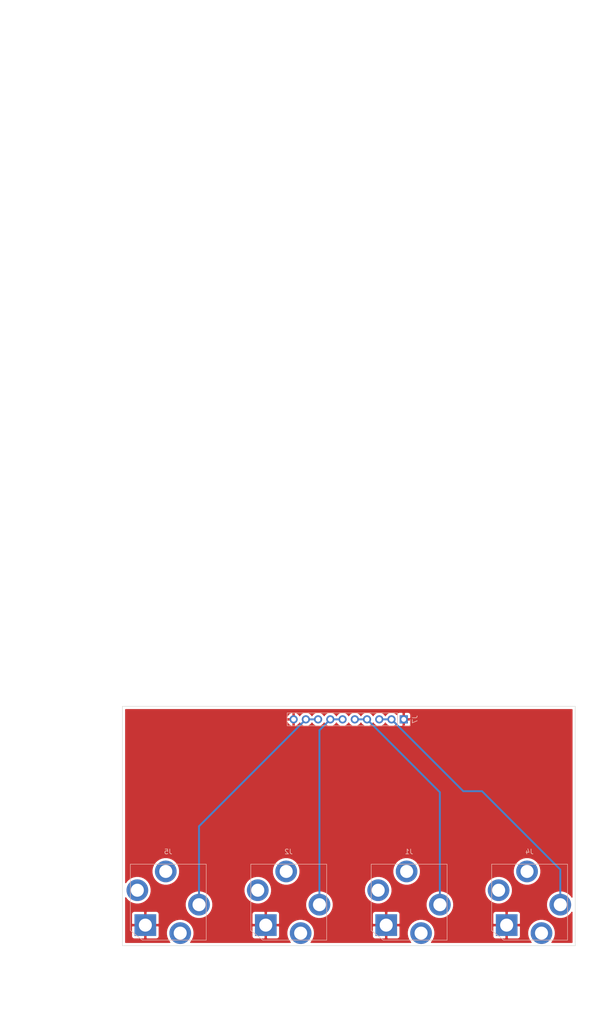
<source format=kicad_pcb>
(kicad_pcb (version 20171130) (host pcbnew 5.1.5+dfsg1-2build2)

  (general
    (thickness 1.6)
    (drawings 24)
    (tracks 15)
    (zones 0)
    (modules 5)
    (nets 18)
  )

  (page A4)
  (layers
    (0 F.Cu signal)
    (31 B.Cu signal)
    (32 B.Adhes user)
    (33 F.Adhes user)
    (34 B.Paste user)
    (35 F.Paste user)
    (36 B.SilkS user)
    (37 F.SilkS user)
    (38 B.Mask user)
    (39 F.Mask user)
    (40 Dwgs.User user)
    (41 Cmts.User user)
    (42 Eco1.User user)
    (43 Eco2.User user)
    (44 Edge.Cuts user)
    (45 Margin user)
    (46 B.CrtYd user)
    (47 F.CrtYd user)
    (48 B.Fab user)
    (49 F.Fab user)
  )

  (setup
    (last_trace_width 0.4)
    (trace_clearance 0.2)
    (zone_clearance 0.508)
    (zone_45_only no)
    (trace_min 0.2)
    (via_size 0.8)
    (via_drill 0.4)
    (via_min_size 0.4)
    (via_min_drill 0.3)
    (uvia_size 0.3)
    (uvia_drill 0.1)
    (uvias_allowed no)
    (uvia_min_size 0.2)
    (uvia_min_drill 0.1)
    (edge_width 0.1)
    (segment_width 0.2)
    (pcb_text_width 0.3)
    (pcb_text_size 1.5 1.5)
    (mod_edge_width 0.15)
    (mod_text_size 1 1)
    (mod_text_width 0.15)
    (pad_size 1.524 1.524)
    (pad_drill 0.762)
    (pad_to_mask_clearance 0)
    (aux_axis_origin 0 0)
    (visible_elements FFFFFF7F)
    (pcbplotparams
      (layerselection 0x010fc_ffffffff)
      (usegerberextensions false)
      (usegerberattributes false)
      (usegerberadvancedattributes false)
      (creategerberjobfile false)
      (excludeedgelayer true)
      (linewidth 0.100000)
      (plotframeref false)
      (viasonmask false)
      (mode 1)
      (useauxorigin false)
      (hpglpennumber 1)
      (hpglpenspeed 20)
      (hpglpendiameter 15.000000)
      (psnegative false)
      (psa4output false)
      (plotreference true)
      (plotvalue true)
      (plotinvisibletext false)
      (padsonsilk false)
      (subtractmaskfromsilk false)
      (outputformat 1)
      (mirror false)
      (drillshape 0)
      (scaleselection 1)
      (outputdirectory "gerber/"))
  )

  (net 0 "")
  (net 1 GND)
  (net 2 DB_AUDIO_IN)
  (net 3 "Net-(J1-PadTN)")
  (net 4 DB_AUDIO_OUT)
  (net 5 "Net-(J2-PadTN)")
  (net 6 DB_VOCT)
  (net 7 "Net-(J4-PadTN)")
  (net 8 DB_CV)
  (net 9 "Net-(J5-PadTN)")
  (net 10 "Net-(J1-PadRN)")
  (net 11 "Net-(J1-PadR)")
  (net 12 "Net-(J2-PadRN)")
  (net 13 "Net-(J2-PadR)")
  (net 14 "Net-(J4-PadRN)")
  (net 15 "Net-(J4-PadR)")
  (net 16 "Net-(J5-PadRN)")
  (net 17 "Net-(J5-PadR)")

  (net_class Default "This is the default net class."
    (clearance 0.2)
    (trace_width 0.4)
    (via_dia 0.8)
    (via_drill 0.4)
    (uvia_dia 0.3)
    (uvia_drill 0.1)
    (add_net DB_AUDIO_IN)
    (add_net DB_AUDIO_OUT)
    (add_net DB_CV)
    (add_net DB_VOCT)
    (add_net GND)
    (add_net "Net-(J1-PadR)")
    (add_net "Net-(J1-PadRN)")
    (add_net "Net-(J1-PadTN)")
    (add_net "Net-(J2-PadR)")
    (add_net "Net-(J2-PadRN)")
    (add_net "Net-(J2-PadTN)")
    (add_net "Net-(J4-PadR)")
    (add_net "Net-(J4-PadRN)")
    (add_net "Net-(J4-PadTN)")
    (add_net "Net-(J5-PadR)")
    (add_net "Net-(J5-PadRN)")
    (add_net "Net-(J5-PadTN)")
  )

  (module Connector_PinHeader_2.54mm:PinHeader_1x10_P2.54mm_Vertical locked (layer B.Cu) (tedit 59FED5CC) (tstamp 5EDD732C)
    (at 121.4 177.05 90)
    (descr "Through hole straight pin header, 1x10, 2.54mm pitch, single row")
    (tags "Through hole pin header THT 1x10 2.54mm single row")
    (path /5F6DDAF7)
    (fp_text reference J7 (at 0 2.33 270) (layer B.SilkS)
      (effects (font (size 1 1) (thickness 0.15)) (justify mirror))
    )
    (fp_text value "header DB" (at -5.35 -13.14 180) (layer B.Fab)
      (effects (font (size 1 1) (thickness 0.15)) (justify mirror))
    )
    (fp_text user %R (at 0 -11.43) (layer B.Fab)
      (effects (font (size 1 1) (thickness 0.15)) (justify mirror))
    )
    (fp_line (start 1.8 1.8) (end -1.8 1.8) (layer B.CrtYd) (width 0.05))
    (fp_line (start 1.8 -24.65) (end 1.8 1.8) (layer B.CrtYd) (width 0.05))
    (fp_line (start -1.8 -24.65) (end 1.8 -24.65) (layer B.CrtYd) (width 0.05))
    (fp_line (start -1.8 1.8) (end -1.8 -24.65) (layer B.CrtYd) (width 0.05))
    (fp_line (start -1.33 1.33) (end 0 1.33) (layer B.SilkS) (width 0.12))
    (fp_line (start -1.33 0) (end -1.33 1.33) (layer B.SilkS) (width 0.12))
    (fp_line (start -1.33 -1.27) (end 1.33 -1.27) (layer B.SilkS) (width 0.12))
    (fp_line (start 1.33 -1.27) (end 1.33 -24.19) (layer B.SilkS) (width 0.12))
    (fp_line (start -1.33 -1.27) (end -1.33 -24.19) (layer B.SilkS) (width 0.12))
    (fp_line (start -1.33 -24.19) (end 1.33 -24.19) (layer B.SilkS) (width 0.12))
    (fp_line (start -1.27 0.635) (end -0.635 1.27) (layer B.Fab) (width 0.1))
    (fp_line (start -1.27 -24.13) (end -1.27 0.635) (layer B.Fab) (width 0.1))
    (fp_line (start 1.27 -24.13) (end -1.27 -24.13) (layer B.Fab) (width 0.1))
    (fp_line (start 1.27 1.27) (end 1.27 -24.13) (layer B.Fab) (width 0.1))
    (fp_line (start -0.635 1.27) (end 1.27 1.27) (layer B.Fab) (width 0.1))
    (pad 10 thru_hole oval (at 0 -22.86 90) (size 1.7 1.7) (drill 1) (layers *.Cu *.Mask)
      (net 1 GND))
    (pad 9 thru_hole oval (at 0 -20.32 90) (size 1.7 1.7) (drill 1) (layers *.Cu *.Mask)
      (net 4 DB_AUDIO_OUT))
    (pad 8 thru_hole oval (at 0 -17.78 90) (size 1.7 1.7) (drill 1) (layers *.Cu *.Mask)
      (net 4 DB_AUDIO_OUT))
    (pad 7 thru_hole oval (at 0 -15.24 90) (size 1.7 1.7) (drill 1) (layers *.Cu *.Mask)
      (net 8 DB_CV))
    (pad 6 thru_hole oval (at 0 -12.7 90) (size 1.7 1.7) (drill 1) (layers *.Cu *.Mask)
      (net 8 DB_CV))
    (pad 5 thru_hole oval (at 0 -10.16 90) (size 1.7 1.7) (drill 1) (layers *.Cu *.Mask)
      (net 6 DB_VOCT))
    (pad 4 thru_hole oval (at 0 -7.62 90) (size 1.7 1.7) (drill 1) (layers *.Cu *.Mask)
      (net 6 DB_VOCT))
    (pad 3 thru_hole oval (at 0 -5.08 90) (size 1.7 1.7) (drill 1) (layers *.Cu *.Mask)
      (net 2 DB_AUDIO_IN))
    (pad 2 thru_hole oval (at 0 -2.54 90) (size 1.7 1.7) (drill 1) (layers *.Cu *.Mask)
      (net 2 DB_AUDIO_IN))
    (pad 1 thru_hole rect (at 0 0 90) (size 1.7 1.7) (drill 1) (layers *.Cu *.Mask)
      (net 1 GND))
    (model ${KISYS3DMOD}/Connector_PinHeader_2.54mm.3dshapes/PinHeader_1x10_P2.54mm_Vertical.wrl
      (at (xyz 0 0 0))
      (scale (xyz 1 1 1))
      (rotate (xyz 0 0 0))
    )
  )

  (module LMNC:Jack_6.35mm_PJ_629HAN (layer B.Cu) (tedit 5EB5F0DE) (tstamp 5EE1337A)
    (at 122.5 215 180)
    (path /5EE4E449)
    (fp_text reference J1 (at 0 10.5) (layer B.SilkS)
      (effects (font (size 1 1) (thickness 0.15)) (justify mirror))
    )
    (fp_text value "V/oct in" (at 0 -10) (layer B.Fab)
      (effects (font (size 1 1) (thickness 0.15)) (justify mirror))
    )
    (fp_line (start -9 -9) (end -9 9) (layer B.CrtYd) (width 0.12))
    (fp_line (start 9 -9) (end -9 -9) (layer B.CrtYd) (width 0.12))
    (fp_line (start 9 9) (end 9 -9) (layer B.CrtYd) (width 0.12))
    (fp_line (start -9 9) (end 9 9) (layer B.CrtYd) (width 0.12))
    (fp_line (start 5.314 -7.858) (end -7.894 -7.858) (layer Dwgs.User) (width 0.12))
    (fp_line (start 5.35 -7.85) (end -7.9 -7.85) (layer B.SilkS) (width 0.12))
    (fp_line (start 7.85 7.9) (end 7.85 -5.8) (layer B.SilkS) (width 0.12))
    (fp_line (start 7.854 -5.826) (end 5.314 -7.858) (layer Dwgs.User) (width 0.12))
    (fp_line (start -7.894 -7.858) (end -7.894 7.89) (layer Dwgs.User) (width 0.12))
    (fp_line (start 7.85 -5.8) (end 7.85 -5.85) (layer B.SilkS) (width 0.12))
    (fp_line (start -7.9 7.9) (end 7.85 7.9) (layer B.SilkS) (width 0.12))
    (fp_line (start 7.854 -4.81) (end 7.854 -5.826) (layer Dwgs.User) (width 0.12))
    (fp_line (start -7.9 -7.85) (end -7.9 7.9) (layer B.SilkS) (width 0.12))
    (fp_line (start 7.854 7.89) (end 7.854 -4.81) (layer Dwgs.User) (width 0.12))
    (fp_line (start 7.85 -5.85) (end 5.35 -7.85) (layer B.SilkS) (width 0.12))
    (fp_line (start -7.894 7.89) (end 7.854 7.89) (layer Dwgs.User) (width 0.12))
    (pad RN thru_hole circle (at 6.4 2.5 180) (size 4.500001 4.500001) (drill 2.7) (layers *.Cu *.Mask)
      (net 10 "Net-(J1-PadRN)"))
    (pad TN thru_hole circle (at -2.5 -6.4 180) (size 4.5 4.5) (drill 2.7) (layers *.Cu *.Mask)
      (net 3 "Net-(J1-PadTN)"))
    (pad R thru_hole circle (at 0.5 6.4 180) (size 4.500001 4.500001) (drill 2.7) (layers *.Cu *.Mask)
      (net 11 "Net-(J1-PadR)"))
    (pad S thru_hole rect (at 4.74 -4.74 180) (size 4.500001 4.500001) (drill 2.7) (layers *.Cu *.Mask)
      (net 1 GND))
    (pad T thru_hole circle (at -6.4 -0.5 180) (size 4.5 4.5) (drill 2.7) (layers *.Cu *.Mask)
      (net 6 DB_VOCT))
  )

  (module LMNC:Jack_6.35mm_PJ_629HAN (layer B.Cu) (tedit 5EB5F0DE) (tstamp 5EE13393)
    (at 97.5 215 180)
    (path /5EE685F5)
    (fp_text reference J2 (at 0 10.5) (layer B.SilkS)
      (effects (font (size 1 1) (thickness 0.15)) (justify mirror))
    )
    (fp_text value "CV in" (at 0 -10) (layer B.Fab)
      (effects (font (size 1 1) (thickness 0.15)) (justify mirror))
    )
    (fp_line (start -9 -9) (end -9 9) (layer B.CrtYd) (width 0.12))
    (fp_line (start 9 -9) (end -9 -9) (layer B.CrtYd) (width 0.12))
    (fp_line (start 9 9) (end 9 -9) (layer B.CrtYd) (width 0.12))
    (fp_line (start -9 9) (end 9 9) (layer B.CrtYd) (width 0.12))
    (fp_line (start 5.314 -7.858) (end -7.894 -7.858) (layer Dwgs.User) (width 0.12))
    (fp_line (start 5.35 -7.85) (end -7.9 -7.85) (layer B.SilkS) (width 0.12))
    (fp_line (start 7.85 7.9) (end 7.85 -5.8) (layer B.SilkS) (width 0.12))
    (fp_line (start 7.854 -5.826) (end 5.314 -7.858) (layer Dwgs.User) (width 0.12))
    (fp_line (start -7.894 -7.858) (end -7.894 7.89) (layer Dwgs.User) (width 0.12))
    (fp_line (start 7.85 -5.8) (end 7.85 -5.85) (layer B.SilkS) (width 0.12))
    (fp_line (start -7.9 7.9) (end 7.85 7.9) (layer B.SilkS) (width 0.12))
    (fp_line (start 7.854 -4.81) (end 7.854 -5.826) (layer Dwgs.User) (width 0.12))
    (fp_line (start -7.9 -7.85) (end -7.9 7.9) (layer B.SilkS) (width 0.12))
    (fp_line (start 7.854 7.89) (end 7.854 -4.81) (layer Dwgs.User) (width 0.12))
    (fp_line (start 7.85 -5.85) (end 5.35 -7.85) (layer B.SilkS) (width 0.12))
    (fp_line (start -7.894 7.89) (end 7.854 7.89) (layer Dwgs.User) (width 0.12))
    (pad RN thru_hole circle (at 6.4 2.5 180) (size 4.500001 4.500001) (drill 2.7) (layers *.Cu *.Mask)
      (net 12 "Net-(J2-PadRN)"))
    (pad TN thru_hole circle (at -2.5 -6.4 180) (size 4.5 4.5) (drill 2.7) (layers *.Cu *.Mask)
      (net 5 "Net-(J2-PadTN)"))
    (pad R thru_hole circle (at 0.5 6.4 180) (size 4.500001 4.500001) (drill 2.7) (layers *.Cu *.Mask)
      (net 13 "Net-(J2-PadR)"))
    (pad S thru_hole rect (at 4.74 -4.74 180) (size 4.500001 4.500001) (drill 2.7) (layers *.Cu *.Mask)
      (net 1 GND))
    (pad T thru_hole circle (at -6.4 -0.5 180) (size 4.5 4.5) (drill 2.7) (layers *.Cu *.Mask)
      (net 8 DB_CV))
  )

  (module LMNC:Jack_6.35mm_PJ_629HAN (layer B.Cu) (tedit 5EB5F0DE) (tstamp 5EE1341D)
    (at 72.5 215 180)
    (path /5EE889B5)
    (fp_text reference J5 (at 0 10.5) (layer B.SilkS)
      (effects (font (size 1 1) (thickness 0.15)) (justify mirror))
    )
    (fp_text value "Audio Out" (at 0 -10) (layer B.Fab)
      (effects (font (size 1 1) (thickness 0.15)) (justify mirror))
    )
    (fp_line (start -9 -9) (end -9 9) (layer B.CrtYd) (width 0.12))
    (fp_line (start 9 -9) (end -9 -9) (layer B.CrtYd) (width 0.12))
    (fp_line (start 9 9) (end 9 -9) (layer B.CrtYd) (width 0.12))
    (fp_line (start -9 9) (end 9 9) (layer B.CrtYd) (width 0.12))
    (fp_line (start 5.314 -7.858) (end -7.894 -7.858) (layer Dwgs.User) (width 0.12))
    (fp_line (start 5.35 -7.85) (end -7.9 -7.85) (layer B.SilkS) (width 0.12))
    (fp_line (start 7.85 7.9) (end 7.85 -5.8) (layer B.SilkS) (width 0.12))
    (fp_line (start 7.854 -5.826) (end 5.314 -7.858) (layer Dwgs.User) (width 0.12))
    (fp_line (start -7.894 -7.858) (end -7.894 7.89) (layer Dwgs.User) (width 0.12))
    (fp_line (start 7.85 -5.8) (end 7.85 -5.85) (layer B.SilkS) (width 0.12))
    (fp_line (start -7.9 7.9) (end 7.85 7.9) (layer B.SilkS) (width 0.12))
    (fp_line (start 7.854 -4.81) (end 7.854 -5.826) (layer Dwgs.User) (width 0.12))
    (fp_line (start -7.9 -7.85) (end -7.9 7.9) (layer B.SilkS) (width 0.12))
    (fp_line (start 7.854 7.89) (end 7.854 -4.81) (layer Dwgs.User) (width 0.12))
    (fp_line (start 7.85 -5.85) (end 5.35 -7.85) (layer B.SilkS) (width 0.12))
    (fp_line (start -7.894 7.89) (end 7.854 7.89) (layer Dwgs.User) (width 0.12))
    (pad RN thru_hole circle (at 6.4 2.5 180) (size 4.500001 4.500001) (drill 2.7) (layers *.Cu *.Mask)
      (net 16 "Net-(J5-PadRN)"))
    (pad TN thru_hole circle (at -2.5 -6.4 180) (size 4.5 4.5) (drill 2.7) (layers *.Cu *.Mask)
      (net 9 "Net-(J5-PadTN)"))
    (pad R thru_hole circle (at 0.5 6.4 180) (size 4.500001 4.500001) (drill 2.7) (layers *.Cu *.Mask)
      (net 17 "Net-(J5-PadR)"))
    (pad S thru_hole rect (at 4.74 -4.74 180) (size 4.500001 4.500001) (drill 2.7) (layers *.Cu *.Mask)
      (net 1 GND))
    (pad T thru_hole circle (at -6.4 -0.5 180) (size 4.5 4.5) (drill 2.7) (layers *.Cu *.Mask)
      (net 4 DB_AUDIO_OUT))
  )

  (module LMNC:Jack_6.35mm_PJ_629HAN (layer B.Cu) (tedit 5EB5F0DE) (tstamp 5EE13404)
    (at 147.5 215 180)
    (path /5EE1CAB0)
    (fp_text reference J4 (at 0 10.5) (layer B.SilkS)
      (effects (font (size 1 1) (thickness 0.15)) (justify mirror))
    )
    (fp_text value "Audio In" (at 0 -10) (layer B.Fab)
      (effects (font (size 1 1) (thickness 0.15)) (justify mirror))
    )
    (fp_line (start -9 -9) (end -9 9) (layer B.CrtYd) (width 0.12))
    (fp_line (start 9 -9) (end -9 -9) (layer B.CrtYd) (width 0.12))
    (fp_line (start 9 9) (end 9 -9) (layer B.CrtYd) (width 0.12))
    (fp_line (start -9 9) (end 9 9) (layer B.CrtYd) (width 0.12))
    (fp_line (start 5.314 -7.858) (end -7.894 -7.858) (layer Dwgs.User) (width 0.12))
    (fp_line (start 5.35 -7.85) (end -7.9 -7.85) (layer B.SilkS) (width 0.12))
    (fp_line (start 7.85 7.9) (end 7.85 -5.8) (layer B.SilkS) (width 0.12))
    (fp_line (start 7.854 -5.826) (end 5.314 -7.858) (layer Dwgs.User) (width 0.12))
    (fp_line (start -7.894 -7.858) (end -7.894 7.89) (layer Dwgs.User) (width 0.12))
    (fp_line (start 7.85 -5.8) (end 7.85 -5.85) (layer B.SilkS) (width 0.12))
    (fp_line (start -7.9 7.9) (end 7.85 7.9) (layer B.SilkS) (width 0.12))
    (fp_line (start 7.854 -4.81) (end 7.854 -5.826) (layer Dwgs.User) (width 0.12))
    (fp_line (start -7.9 -7.85) (end -7.9 7.9) (layer B.SilkS) (width 0.12))
    (fp_line (start 7.854 7.89) (end 7.854 -4.81) (layer Dwgs.User) (width 0.12))
    (fp_line (start 7.85 -5.85) (end 5.35 -7.85) (layer B.SilkS) (width 0.12))
    (fp_line (start -7.894 7.89) (end 7.854 7.89) (layer Dwgs.User) (width 0.12))
    (pad RN thru_hole circle (at 6.4 2.5 180) (size 4.500001 4.500001) (drill 2.7) (layers *.Cu *.Mask)
      (net 14 "Net-(J4-PadRN)"))
    (pad TN thru_hole circle (at -2.5 -6.4 180) (size 4.5 4.5) (drill 2.7) (layers *.Cu *.Mask)
      (net 7 "Net-(J4-PadTN)"))
    (pad R thru_hole circle (at 0.5 6.4 180) (size 4.500001 4.500001) (drill 2.7) (layers *.Cu *.Mask)
      (net 15 "Net-(J4-PadR)"))
    (pad S thru_hole rect (at 4.74 -4.74 180) (size 4.500001 4.500001) (drill 2.7) (layers *.Cu *.Mask)
      (net 1 GND))
    (pad T thru_hole circle (at -6.4 -0.5 180) (size 4.5 4.5) (drill 2.7) (layers *.Cu *.Mask)
      (net 2 DB_AUDIO_IN))
  )

  (gr_line (start 63 174.35) (end 157 174.35) (layer Edge.Cuts) (width 0.1) (tstamp 5EEE7BD9))
  (gr_line (start 63 224) (end 63 174.35) (layer Edge.Cuts) (width 0.1))
  (gr_line (start 157 224) (end 157 174.35) (layer Edge.Cuts) (width 0.1))
  (dimension 25.0002 (width 0.15) (layer F.Fab)
    (gr_text "25.000 mm" (at 135.057206 230.051381 0.2291818958) (layer F.Fab)
      (effects (font (size 1 1) (thickness 0.15)))
    )
    (feature1 (pts (xy 147.5 215.7) (xy 147.554351 229.287807)))
    (feature2 (pts (xy 122.5 215.8) (xy 122.554351 229.387807)))
    (crossbar (pts (xy 122.552006 228.801391) (xy 147.552006 228.701391)))
    (arrow1a (pts (xy 147.552006 228.701391) (xy 146.427857 229.292313)))
    (arrow1b (pts (xy 147.552006 228.701391) (xy 146.423166 228.119481)))
    (arrow2a (pts (xy 122.552006 228.801391) (xy 123.680846 229.383301)))
    (arrow2b (pts (xy 122.552006 228.801391) (xy 123.676155 228.210469)))
  )
  (dimension 25.0002 (width 0.15) (layer F.Fab)
    (gr_text "25.000 mm" (at 110.050814 228.553407 0.2291818958) (layer F.Fab)
      (effects (font (size 1 1) (thickness 0.15)))
    )
    (feature1 (pts (xy 122.5 215.8) (xy 122.547959 227.789833)))
    (feature2 (pts (xy 97.5 215.9) (xy 97.547959 227.889833)))
    (crossbar (pts (xy 97.545614 227.303417) (xy 122.545614 227.203417)))
    (arrow1a (pts (xy 122.545614 227.203417) (xy 121.421465 227.794339)))
    (arrow1b (pts (xy 122.545614 227.203417) (xy 121.416774 226.621507)))
    (arrow2a (pts (xy 97.545614 227.303417) (xy 98.674454 227.885327)))
    (arrow2b (pts (xy 97.545614 227.303417) (xy 98.669763 226.712495)))
  )
  (dimension 25.0002 (width 0.15) (layer F.Fab)
    (gr_text "25.000 mm" (at 85.045606 227.351428 0.2291818958) (layer F.Fab)
      (effects (font (size 1 1) (thickness 0.15)))
    )
    (feature1 (pts (xy 97.5 215.9) (xy 97.542751 226.587854)))
    (feature2 (pts (xy 72.5 216) (xy 72.542751 226.687854)))
    (crossbar (pts (xy 72.540406 226.101438) (xy 97.540406 226.001438)))
    (arrow1a (pts (xy 97.540406 226.001438) (xy 96.416257 226.59236)))
    (arrow1b (pts (xy 97.540406 226.001438) (xy 96.411566 225.419528)))
    (arrow2a (pts (xy 72.540406 226.101438) (xy 73.669246 226.683348)))
    (arrow2b (pts (xy 72.540406 226.101438) (xy 73.664555 225.510516)))
  )
  (dimension 12.5 (width 0.15) (layer F.Fab)
    (gr_text "12.500 mm" (at 66.25 225) (layer F.Fab)
      (effects (font (size 1 1) (thickness 0.15)))
    )
    (feature1 (pts (xy 72.5 216) (xy 72.5 224.286421)))
    (feature2 (pts (xy 60 216) (xy 60 224.286421)))
    (crossbar (pts (xy 60 223.7) (xy 72.5 223.7)))
    (arrow1a (pts (xy 72.5 223.7) (xy 71.373496 224.286421)))
    (arrow1b (pts (xy 72.5 223.7) (xy 71.373496 223.113579)))
    (arrow2a (pts (xy 60 223.7) (xy 61.126504 224.286421)))
    (arrow2b (pts (xy 60 223.7) (xy 61.126504 223.113579)))
  )
  (dimension 25.0002 (width 0.15) (layer F.Fab)
    (gr_text "25.000 mm" (at 41.25309 227.424812 89.7708181) (layer F.Fab)
      (effects (font (size 1 1) (thickness 0.15)))
    )
    (feature1 (pts (xy 60.1 215) (xy 42.016664 214.927667)))
    (feature2 (pts (xy 60 240) (xy 41.916664 239.927667)))
    (crossbar (pts (xy 42.50308 239.930012) (xy 42.60308 214.930012)))
    (arrow1a (pts (xy 42.60308 214.930012) (xy 43.18499 216.058852)))
    (arrow1b (pts (xy 42.60308 214.930012) (xy 42.012158 216.054161)))
    (arrow2a (pts (xy 42.50308 239.930012) (xy 43.094002 238.805863)))
    (arrow2b (pts (xy 42.50308 239.930012) (xy 41.92117 238.801172)))
  )
  (dimension 12.6 (width 0.15) (layer F.Fab) (tstamp 5EDE172B)
    (gr_text "12.600 mm" (at 48.9 233.7 270) (layer F.Fab) (tstamp 5EDE172B)
      (effects (font (size 1 1) (thickness 0.15)))
    )
    (feature1 (pts (xy 60 240) (xy 49.613579 240)))
    (feature2 (pts (xy 60 227.4) (xy 49.613579 227.4)))
    (crossbar (pts (xy 50.2 227.4) (xy 50.2 240)))
    (arrow1a (pts (xy 50.2 240) (xy 49.613579 238.873496)))
    (arrow1b (pts (xy 50.2 240) (xy 50.786421 238.873496)))
    (arrow2a (pts (xy 50.2 227.4) (xy 49.613579 228.526504)))
    (arrow2b (pts (xy 50.2 227.4) (xy 50.786421 228.526504)))
  )
  (dimension 25 (width 0.15) (layer F.Fab)
    (gr_text "25.000 mm" (at 72.55 187.45) (layer F.Fab)
      (effects (font (size 1 1) (thickness 0.15)))
    )
    (feature1 (pts (xy 85.05 180.05) (xy 85.05 186.736421)))
    (feature2 (pts (xy 60.05 180.05) (xy 60.05 186.736421)))
    (crossbar (pts (xy 60.05 186.15) (xy 85.05 186.15)))
    (arrow1a (pts (xy 85.05 186.15) (xy 83.923496 186.736421)))
    (arrow1b (pts (xy 85.05 186.15) (xy 83.923496 185.563579)))
    (arrow2a (pts (xy 60.05 186.15) (xy 61.176504 186.736421)))
    (arrow2b (pts (xy 60.05 186.15) (xy 61.176504 185.563579)))
  )
  (dimension 25 (width 0.15) (layer F.Fab)
    (gr_text "25.000 mm" (at 147.5 183.35) (layer F.Fab)
      (effects (font (size 1 1) (thickness 0.15)))
    )
    (feature1 (pts (xy 135 179.05) (xy 135 182.636421)))
    (feature2 (pts (xy 160 179.05) (xy 160 182.636421)))
    (crossbar (pts (xy 160 182.05) (xy 135 182.05)))
    (arrow1a (pts (xy 135 182.05) (xy 136.126504 181.463579)))
    (arrow1b (pts (xy 135 182.05) (xy 136.126504 182.636421)))
    (arrow2a (pts (xy 160 182.05) (xy 158.873496 181.463579)))
    (arrow2b (pts (xy 160 182.05) (xy 158.873496 182.636421)))
  )
  (dimension 50 (width 0.15) (layer F.Fab) (tstamp 5EDCD017)
    (gr_text "50.000 mm" (at 54.1 215 270) (layer F.Fab) (tstamp 5EDCD017)
      (effects (font (size 1 1) (thickness 0.15)))
    )
    (feature1 (pts (xy 60 240) (xy 54.813579 240)))
    (feature2 (pts (xy 60 190) (xy 54.813579 190)))
    (crossbar (pts (xy 55.4 190) (xy 55.4 240)))
    (arrow1a (pts (xy 55.4 240) (xy 54.813579 238.873496)))
    (arrow1b (pts (xy 55.4 240) (xy 55.986421 238.873496)))
    (arrow2a (pts (xy 55.4 190) (xy 54.813579 191.126504)))
    (arrow2b (pts (xy 55.4 190) (xy 55.986421 191.126504)))
  )
  (dimension 50 (width 0.15) (layer F.Fab) (tstamp 5EDCD017)
    (gr_text "50.000 mm" (at 54.1 165 270) (layer F.Fab) (tstamp 5EDCD017)
      (effects (font (size 1 1) (thickness 0.15)))
    )
    (feature1 (pts (xy 60 190) (xy 54.813579 190)))
    (feature2 (pts (xy 60 140) (xy 54.813579 140)))
    (crossbar (pts (xy 55.4 140) (xy 55.4 190)))
    (arrow1a (pts (xy 55.4 190) (xy 54.813579 188.873496)))
    (arrow1b (pts (xy 55.4 190) (xy 55.986421 188.873496)))
    (arrow2a (pts (xy 55.4 140) (xy 54.813579 141.126504)))
    (arrow2b (pts (xy 55.4 140) (xy 55.986421 141.126504)))
  )
  (gr_line (start 63 224) (end 157 224) (layer Edge.Cuts) (width 0.1))
  (dimension 22 (width 0.15) (layer F.Fab)
    (gr_text "22.000 mm" (at 76 162.5 90) (layer F.Fab)
      (effects (font (size 1 1) (thickness 0.15)))
    )
    (feature1 (pts (xy 85 151.5) (xy 76.713579 151.5)))
    (feature2 (pts (xy 85 173.5) (xy 76.713579 173.5)))
    (crossbar (pts (xy 77.3 173.5) (xy 77.3 151.5)))
    (arrow1a (pts (xy 77.3 151.5) (xy 77.886421 152.626504)))
    (arrow1b (pts (xy 77.3 151.5) (xy 76.713579 152.626504)))
    (arrow2a (pts (xy 77.3 173.5) (xy 77.886421 172.373496)))
    (arrow2b (pts (xy 77.3 173.5) (xy 76.713579 172.373496)))
  )
  (dimension 36.5 (width 0.15) (layer F.Fab)
    (gr_text "36.500 mm" (at 83.7 155.25 270) (layer F.Fab)
      (effects (font (size 1 1) (thickness 0.15)))
    )
    (feature1 (pts (xy 110 173.5) (xy 84.413579 173.5)))
    (feature2 (pts (xy 110 137) (xy 84.413579 137)))
    (crossbar (pts (xy 85 137) (xy 85 173.5)))
    (arrow1a (pts (xy 85 173.5) (xy 84.413579 172.373496)))
    (arrow1b (pts (xy 85 173.5) (xy 85.586421 172.373496)))
    (arrow2a (pts (xy 85 137) (xy 84.413579 138.126504)))
    (arrow2b (pts (xy 85 137) (xy 85.586421 138.126504)))
  )
  (dimension 22 (width 0.15) (layer F.Fab)
    (gr_text "22.000 mm" (at 144.7 162.5 90) (layer F.Fab)
      (effects (font (size 1 1) (thickness 0.15)))
    )
    (feature1 (pts (xy 134.95 151.5) (xy 143.986421 151.5)))
    (feature2 (pts (xy 134.95 173.5) (xy 143.986421 173.5)))
    (crossbar (pts (xy 143.4 173.5) (xy 143.4 151.5)))
    (arrow1a (pts (xy 143.4 151.5) (xy 143.986421 152.626504)))
    (arrow1b (pts (xy 143.4 151.5) (xy 142.813579 152.626504)))
    (arrow2a (pts (xy 143.4 173.5) (xy 143.986421 172.373496)))
    (arrow2b (pts (xy 143.4 173.5) (xy 142.813579 172.373496)))
  )
  (dimension 36.5 (width 0.15) (layer F.Fab)
    (gr_text "36.500 mm" (at 136.25 155.25 270) (layer F.Fab)
      (effects (font (size 1 1) (thickness 0.15)))
    )
    (feature1 (pts (xy 110 173.5) (xy 135.536421 173.5)))
    (feature2 (pts (xy 110 137) (xy 135.536421 137)))
    (crossbar (pts (xy 134.95 137) (xy 134.95 173.5)))
    (arrow1a (pts (xy 134.95 173.5) (xy 134.363579 172.373496)))
    (arrow1b (pts (xy 134.95 173.5) (xy 135.536421 172.373496)))
    (arrow2a (pts (xy 134.95 137) (xy 134.363579 138.126504)))
    (arrow2b (pts (xy 134.95 137) (xy 135.536421 138.126504)))
  )
  (dimension 45 (width 0.15) (layer F.Fab)
    (gr_text "45.000 mm" (at 92.7 62.5 270) (layer F.Fab)
      (effects (font (size 1 1) (thickness 0.15)))
    )
    (feature1 (pts (xy 110 85) (xy 93.413579 85)))
    (feature2 (pts (xy 110 40) (xy 93.413579 40)))
    (crossbar (pts (xy 94 40) (xy 94 85)))
    (arrow1a (pts (xy 94 85) (xy 93.413579 83.873496)))
    (arrow1b (pts (xy 94 85) (xy 94.586421 83.873496)))
    (arrow2a (pts (xy 94 40) (xy 93.413579 41.126504)))
    (arrow2b (pts (xy 94 40) (xy 94.586421 41.126504)))
  )
  (dimension 12.6 (width 0.15) (layer F.Fab)
    (gr_text "12.600 mm" (at 47.1 46.3 270) (layer F.Fab)
      (effects (font (size 1 1) (thickness 0.15)))
    )
    (feature1 (pts (xy 60 52.6) (xy 47.813579 52.6)))
    (feature2 (pts (xy 60 40) (xy 47.813579 40)))
    (crossbar (pts (xy 48.4 40) (xy 48.4 52.6)))
    (arrow1a (pts (xy 48.4 52.6) (xy 47.813579 51.473496)))
    (arrow1b (pts (xy 48.4 52.6) (xy 48.986421 51.473496)))
    (arrow2a (pts (xy 48.4 40) (xy 47.813579 41.126504)))
    (arrow2b (pts (xy 48.4 40) (xy 48.986421 41.126504)))
  )
  (dimension 50 (width 0.15) (layer F.Fab) (tstamp 5EDBA721)
    (gr_text "50.000 mm" (at 135 28.5) (layer F.Fab) (tstamp 5EDBA721)
      (effects (font (size 1 1) (thickness 0.15)))
    )
    (feature1 (pts (xy 160 40) (xy 160 29.213579)))
    (feature2 (pts (xy 110 40) (xy 110 29.213579)))
    (crossbar (pts (xy 110 29.8) (xy 160 29.8)))
    (arrow1a (pts (xy 160 29.8) (xy 158.873496 30.386421)))
    (arrow1b (pts (xy 160 29.8) (xy 158.873496 29.213579)))
    (arrow2a (pts (xy 110 29.8) (xy 111.126504 30.386421)))
    (arrow2b (pts (xy 110 29.8) (xy 111.126504 29.213579)))
  )
  (dimension 50 (width 0.15) (layer F.Fab)
    (gr_text "50.000 mm" (at 85 28.5) (layer F.Fab)
      (effects (font (size 1 1) (thickness 0.15)))
    )
    (feature1 (pts (xy 110 40) (xy 110 29.213579)))
    (feature2 (pts (xy 60 40) (xy 60 29.213579)))
    (crossbar (pts (xy 60 29.8) (xy 110 29.8)))
    (arrow1a (pts (xy 110 29.8) (xy 108.873496 30.386421)))
    (arrow1b (pts (xy 110 29.8) (xy 108.873496 29.213579)))
    (arrow2a (pts (xy 60 29.8) (xy 61.126504 30.386421)))
    (arrow2b (pts (xy 60 29.8) (xy 61.126504 29.213579)))
  )
  (dimension 50 (width 0.15) (layer F.Fab) (tstamp 5EDBA710)
    (gr_text "50.000 mm" (at 54.1 115 270) (layer F.Fab) (tstamp 5EDBA710)
      (effects (font (size 1 1) (thickness 0.15)))
    )
    (feature1 (pts (xy 60 140) (xy 54.813579 140)))
    (feature2 (pts (xy 60 90) (xy 54.813579 90)))
    (crossbar (pts (xy 55.4 90) (xy 55.4 140)))
    (arrow1a (pts (xy 55.4 140) (xy 54.813579 138.873496)))
    (arrow1b (pts (xy 55.4 140) (xy 55.986421 138.873496)))
    (arrow2a (pts (xy 55.4 90) (xy 54.813579 91.126504)))
    (arrow2b (pts (xy 55.4 90) (xy 55.986421 91.126504)))
  )
  (dimension 50 (width 0.15) (layer F.Fab)
    (gr_text "50.000 mm" (at 54.1 65 270) (layer F.Fab)
      (effects (font (size 1 1) (thickness 0.15)))
    )
    (feature1 (pts (xy 60 90) (xy 54.813579 90)))
    (feature2 (pts (xy 60 40) (xy 54.813579 40)))
    (crossbar (pts (xy 55.4 40) (xy 55.4 90)))
    (arrow1a (pts (xy 55.4 90) (xy 54.813579 88.873496)))
    (arrow1b (pts (xy 55.4 90) (xy 55.986421 88.873496)))
    (arrow2a (pts (xy 55.4 40) (xy 54.813579 41.126504)))
    (arrow2b (pts (xy 55.4 40) (xy 55.986421 41.126504)))
  )

  (segment (start 116.32 177.05) (end 118.86 177.05) (width 0.4) (layer B.Cu) (net 2))
  (segment (start 153.9 212.31802) (end 153.9 215.5) (width 0.4) (layer B.Cu) (net 2))
  (segment (start 153.9 208.2) (end 153.9 212.31802) (width 0.4) (layer B.Cu) (net 2))
  (segment (start 137.65 191.95) (end 153.9 208.2) (width 0.4) (layer B.Cu) (net 2))
  (segment (start 133.76 191.95) (end 137.65 191.95) (width 0.4) (layer B.Cu) (net 2))
  (segment (start 118.86 177.05) (end 133.76 191.95) (width 0.4) (layer B.Cu) (net 2))
  (segment (start 78.9 199.23) (end 101.08 177.05) (width 0.4) (layer B.Cu) (net 4))
  (segment (start 78.9 215.5) (end 78.9 199.23) (width 0.4) (layer B.Cu) (net 4))
  (segment (start 101.08 177.05) (end 103.62 177.05) (width 0.4) (layer B.Cu) (net 4))
  (segment (start 111.24 177.05) (end 113.78 177.05) (width 0.4) (layer B.Cu) (net 6))
  (segment (start 128.9 192.17) (end 128.9 215.5) (width 0.4) (layer B.Cu) (net 6))
  (segment (start 113.78 177.05) (end 128.9 192.17) (width 0.4) (layer B.Cu) (net 6))
  (segment (start 103.9 179.31) (end 106.16 177.05) (width 0.4) (layer B.Cu) (net 8))
  (segment (start 103.9 215.5) (end 103.9 179.31) (width 0.4) (layer B.Cu) (net 8))
  (segment (start 106.16 177.05) (end 108.7 177.05) (width 0.4) (layer B.Cu) (net 8))

  (zone (net 1) (net_name GND) (layer F.Cu) (tstamp 0) (hatch edge 0.508)
    (connect_pads (clearance 0.508))
    (min_thickness 0.254)
    (fill yes (arc_segments 32) (thermal_gap 0.508) (thermal_bridge_width 0.508))
    (polygon
      (pts
        (xy 157.5 174) (xy 157.5 224.5) (xy 62.5 224.5) (xy 62.5 173.95)
      )
    )
    (filled_polygon
      (pts
        (xy 156.315 213.92144) (xy 156.140926 213.66092) (xy 155.73908 213.259074) (xy 155.26656 212.943346) (xy 154.741523 212.725869)
        (xy 154.184148 212.615) (xy 153.615852 212.615) (xy 153.058477 212.725869) (xy 152.53344 212.943346) (xy 152.06092 213.259074)
        (xy 151.659074 213.66092) (xy 151.343346 214.13344) (xy 151.125869 214.658477) (xy 151.015 215.215852) (xy 151.015 215.784148)
        (xy 151.125869 216.341523) (xy 151.343346 216.86656) (xy 151.659074 217.33908) (xy 152.06092 217.740926) (xy 152.53344 218.056654)
        (xy 153.058477 218.274131) (xy 153.615852 218.385) (xy 154.184148 218.385) (xy 154.741523 218.274131) (xy 155.26656 218.056654)
        (xy 155.73908 217.740926) (xy 156.140926 217.33908) (xy 156.315 217.07856) (xy 156.315 223.315) (xy 152.165006 223.315)
        (xy 152.240926 223.23908) (xy 152.556654 222.76656) (xy 152.774131 222.241523) (xy 152.885 221.684148) (xy 152.885 221.115852)
        (xy 152.774131 220.558477) (xy 152.556654 220.03344) (xy 152.240926 219.56092) (xy 151.83908 219.159074) (xy 151.36656 218.843346)
        (xy 150.841523 218.625869) (xy 150.284148 218.515) (xy 149.715852 218.515) (xy 149.158477 218.625869) (xy 148.63344 218.843346)
        (xy 148.16092 219.159074) (xy 147.759074 219.56092) (xy 147.443346 220.03344) (xy 147.225869 220.558477) (xy 147.115 221.115852)
        (xy 147.115 221.684148) (xy 147.225869 222.241523) (xy 147.443346 222.76656) (xy 147.759074 223.23908) (xy 147.834994 223.315)
        (xy 127.165006 223.315) (xy 127.240926 223.23908) (xy 127.556654 222.76656) (xy 127.774131 222.241523) (xy 127.824162 221.99)
        (xy 139.871928 221.99) (xy 139.884188 222.114482) (xy 139.920498 222.23418) (xy 139.979463 222.344494) (xy 140.058815 222.441185)
        (xy 140.155506 222.520537) (xy 140.26582 222.579502) (xy 140.385518 222.615812) (xy 140.51 222.628072) (xy 142.47425 222.625)
        (xy 142.633 222.46625) (xy 142.633 219.867) (xy 142.887 219.867) (xy 142.887 222.46625) (xy 143.04575 222.625)
        (xy 145.01 222.628072) (xy 145.134482 222.615812) (xy 145.25418 222.579502) (xy 145.364494 222.520537) (xy 145.461185 222.441185)
        (xy 145.540537 222.344494) (xy 145.599502 222.23418) (xy 145.635812 222.114482) (xy 145.648072 221.99) (xy 145.645 220.02575)
        (xy 145.48625 219.867) (xy 142.887 219.867) (xy 142.633 219.867) (xy 140.03375 219.867) (xy 139.875 220.02575)
        (xy 139.871928 221.99) (xy 127.824162 221.99) (xy 127.885 221.684148) (xy 127.885 221.115852) (xy 127.774131 220.558477)
        (xy 127.556654 220.03344) (xy 127.240926 219.56092) (xy 126.83908 219.159074) (xy 126.36656 218.843346) (xy 125.841523 218.625869)
        (xy 125.284148 218.515) (xy 124.715852 218.515) (xy 124.158477 218.625869) (xy 123.63344 218.843346) (xy 123.16092 219.159074)
        (xy 122.759074 219.56092) (xy 122.443346 220.03344) (xy 122.225869 220.558477) (xy 122.115 221.115852) (xy 122.115 221.684148)
        (xy 122.225869 222.241523) (xy 122.443346 222.76656) (xy 122.759074 223.23908) (xy 122.834994 223.315) (xy 102.165006 223.315)
        (xy 102.240926 223.23908) (xy 102.556654 222.76656) (xy 102.774131 222.241523) (xy 102.824162 221.99) (xy 114.871928 221.99)
        (xy 114.884188 222.114482) (xy 114.920498 222.23418) (xy 114.979463 222.344494) (xy 115.058815 222.441185) (xy 115.155506 222.520537)
        (xy 115.26582 222.579502) (xy 115.385518 222.615812) (xy 115.51 222.628072) (xy 117.47425 222.625) (xy 117.633 222.46625)
        (xy 117.633 219.867) (xy 117.887 219.867) (xy 117.887 222.46625) (xy 118.04575 222.625) (xy 120.01 222.628072)
        (xy 120.134482 222.615812) (xy 120.25418 222.579502) (xy 120.364494 222.520537) (xy 120.461185 222.441185) (xy 120.540537 222.344494)
        (xy 120.599502 222.23418) (xy 120.635812 222.114482) (xy 120.648072 221.99) (xy 120.645 220.02575) (xy 120.48625 219.867)
        (xy 117.887 219.867) (xy 117.633 219.867) (xy 115.03375 219.867) (xy 114.875 220.02575) (xy 114.871928 221.99)
        (xy 102.824162 221.99) (xy 102.885 221.684148) (xy 102.885 221.115852) (xy 102.774131 220.558477) (xy 102.556654 220.03344)
        (xy 102.240926 219.56092) (xy 101.83908 219.159074) (xy 101.36656 218.843346) (xy 100.841523 218.625869) (xy 100.284148 218.515)
        (xy 99.715852 218.515) (xy 99.158477 218.625869) (xy 98.63344 218.843346) (xy 98.16092 219.159074) (xy 97.759074 219.56092)
        (xy 97.443346 220.03344) (xy 97.225869 220.558477) (xy 97.115 221.115852) (xy 97.115 221.684148) (xy 97.225869 222.241523)
        (xy 97.443346 222.76656) (xy 97.759074 223.23908) (xy 97.834994 223.315) (xy 77.165006 223.315) (xy 77.240926 223.23908)
        (xy 77.556654 222.76656) (xy 77.774131 222.241523) (xy 77.824162 221.99) (xy 89.871928 221.99) (xy 89.884188 222.114482)
        (xy 89.920498 222.23418) (xy 89.979463 222.344494) (xy 90.058815 222.441185) (xy 90.155506 222.520537) (xy 90.26582 222.579502)
        (xy 90.385518 222.615812) (xy 90.51 222.628072) (xy 92.47425 222.625) (xy 92.633 222.46625) (xy 92.633 219.867)
        (xy 92.887 219.867) (xy 92.887 222.46625) (xy 93.04575 222.625) (xy 95.01 222.628072) (xy 95.134482 222.615812)
        (xy 95.25418 222.579502) (xy 95.364494 222.520537) (xy 95.461185 222.441185) (xy 95.540537 222.344494) (xy 95.599502 222.23418)
        (xy 95.635812 222.114482) (xy 95.648072 221.99) (xy 95.645 220.02575) (xy 95.48625 219.867) (xy 92.887 219.867)
        (xy 92.633 219.867) (xy 90.03375 219.867) (xy 89.875 220.02575) (xy 89.871928 221.99) (xy 77.824162 221.99)
        (xy 77.885 221.684148) (xy 77.885 221.115852) (xy 77.774131 220.558477) (xy 77.556654 220.03344) (xy 77.240926 219.56092)
        (xy 76.83908 219.159074) (xy 76.36656 218.843346) (xy 75.841523 218.625869) (xy 75.284148 218.515) (xy 74.715852 218.515)
        (xy 74.158477 218.625869) (xy 73.63344 218.843346) (xy 73.16092 219.159074) (xy 72.759074 219.56092) (xy 72.443346 220.03344)
        (xy 72.225869 220.558477) (xy 72.115 221.115852) (xy 72.115 221.684148) (xy 72.225869 222.241523) (xy 72.443346 222.76656)
        (xy 72.759074 223.23908) (xy 72.834994 223.315) (xy 63.685 223.315) (xy 63.685 221.99) (xy 64.871928 221.99)
        (xy 64.884188 222.114482) (xy 64.920498 222.23418) (xy 64.979463 222.344494) (xy 65.058815 222.441185) (xy 65.155506 222.520537)
        (xy 65.26582 222.579502) (xy 65.385518 222.615812) (xy 65.51 222.628072) (xy 67.47425 222.625) (xy 67.633 222.46625)
        (xy 67.633 219.867) (xy 67.887 219.867) (xy 67.887 222.46625) (xy 68.04575 222.625) (xy 70.01 222.628072)
        (xy 70.134482 222.615812) (xy 70.25418 222.579502) (xy 70.364494 222.520537) (xy 70.461185 222.441185) (xy 70.540537 222.344494)
        (xy 70.599502 222.23418) (xy 70.635812 222.114482) (xy 70.648072 221.99) (xy 70.645 220.02575) (xy 70.48625 219.867)
        (xy 67.887 219.867) (xy 67.633 219.867) (xy 65.03375 219.867) (xy 64.875 220.02575) (xy 64.871928 221.99)
        (xy 63.685 221.99) (xy 63.685 217.49) (xy 64.871928 217.49) (xy 64.875 219.45425) (xy 65.03375 219.613)
        (xy 67.633 219.613) (xy 67.633 217.01375) (xy 67.887 217.01375) (xy 67.887 219.613) (xy 70.48625 219.613)
        (xy 70.645 219.45425) (xy 70.648072 217.49) (xy 70.635812 217.365518) (xy 70.599502 217.24582) (xy 70.540537 217.135506)
        (xy 70.461185 217.038815) (xy 70.364494 216.959463) (xy 70.25418 216.900498) (xy 70.134482 216.864188) (xy 70.01 216.851928)
        (xy 68.04575 216.855) (xy 67.887 217.01375) (xy 67.633 217.01375) (xy 67.47425 216.855) (xy 65.51 216.851928)
        (xy 65.385518 216.864188) (xy 65.26582 216.900498) (xy 65.155506 216.959463) (xy 65.058815 217.038815) (xy 64.979463 217.135506)
        (xy 64.920498 217.24582) (xy 64.884188 217.365518) (xy 64.871928 217.49) (xy 63.685 217.49) (xy 63.685 214.07856)
        (xy 63.859074 214.33908) (xy 64.26092 214.740926) (xy 64.73344 215.056654) (xy 65.258477 215.274131) (xy 65.815852 215.385)
        (xy 66.384148 215.385) (xy 66.941523 215.274131) (xy 67.082221 215.215852) (xy 76.015 215.215852) (xy 76.015 215.784148)
        (xy 76.125869 216.341523) (xy 76.343346 216.86656) (xy 76.659074 217.33908) (xy 77.06092 217.740926) (xy 77.53344 218.056654)
        (xy 78.058477 218.274131) (xy 78.615852 218.385) (xy 79.184148 218.385) (xy 79.741523 218.274131) (xy 80.26656 218.056654)
        (xy 80.73908 217.740926) (xy 80.990006 217.49) (xy 89.871928 217.49) (xy 89.875 219.45425) (xy 90.03375 219.613)
        (xy 92.633 219.613) (xy 92.633 217.01375) (xy 92.887 217.01375) (xy 92.887 219.613) (xy 95.48625 219.613)
        (xy 95.645 219.45425) (xy 95.648072 217.49) (xy 95.635812 217.365518) (xy 95.599502 217.24582) (xy 95.540537 217.135506)
        (xy 95.461185 217.038815) (xy 95.364494 216.959463) (xy 95.25418 216.900498) (xy 95.134482 216.864188) (xy 95.01 216.851928)
        (xy 93.04575 216.855) (xy 92.887 217.01375) (xy 92.633 217.01375) (xy 92.47425 216.855) (xy 90.51 216.851928)
        (xy 90.385518 216.864188) (xy 90.26582 216.900498) (xy 90.155506 216.959463) (xy 90.058815 217.038815) (xy 89.979463 217.135506)
        (xy 89.920498 217.24582) (xy 89.884188 217.365518) (xy 89.871928 217.49) (xy 80.990006 217.49) (xy 81.140926 217.33908)
        (xy 81.456654 216.86656) (xy 81.674131 216.341523) (xy 81.785 215.784148) (xy 81.785 215.215852) (xy 81.674131 214.658477)
        (xy 81.456654 214.13344) (xy 81.140926 213.66092) (xy 80.73908 213.259074) (xy 80.26656 212.943346) (xy 79.741523 212.725869)
        (xy 79.184148 212.615) (xy 78.615852 212.615) (xy 78.058477 212.725869) (xy 77.53344 212.943346) (xy 77.06092 213.259074)
        (xy 76.659074 213.66092) (xy 76.343346 214.13344) (xy 76.125869 214.658477) (xy 76.015 215.215852) (xy 67.082221 215.215852)
        (xy 67.46656 215.056654) (xy 67.93908 214.740926) (xy 68.340926 214.33908) (xy 68.656654 213.86656) (xy 68.874131 213.341523)
        (xy 68.985 212.784148) (xy 68.985 212.215852) (xy 88.215 212.215852) (xy 88.215 212.784148) (xy 88.325869 213.341523)
        (xy 88.543346 213.86656) (xy 88.859074 214.33908) (xy 89.26092 214.740926) (xy 89.73344 215.056654) (xy 90.258477 215.274131)
        (xy 90.815852 215.385) (xy 91.384148 215.385) (xy 91.941523 215.274131) (xy 92.082221 215.215852) (xy 101.015 215.215852)
        (xy 101.015 215.784148) (xy 101.125869 216.341523) (xy 101.343346 216.86656) (xy 101.659074 217.33908) (xy 102.06092 217.740926)
        (xy 102.53344 218.056654) (xy 103.058477 218.274131) (xy 103.615852 218.385) (xy 104.184148 218.385) (xy 104.741523 218.274131)
        (xy 105.26656 218.056654) (xy 105.73908 217.740926) (xy 105.990006 217.49) (xy 114.871928 217.49) (xy 114.875 219.45425)
        (xy 115.03375 219.613) (xy 117.633 219.613) (xy 117.633 217.01375) (xy 117.887 217.01375) (xy 117.887 219.613)
        (xy 120.48625 219.613) (xy 120.645 219.45425) (xy 120.648072 217.49) (xy 120.635812 217.365518) (xy 120.599502 217.24582)
        (xy 120.540537 217.135506) (xy 120.461185 217.038815) (xy 120.364494 216.959463) (xy 120.25418 216.900498) (xy 120.134482 216.864188)
        (xy 120.01 216.851928) (xy 118.04575 216.855) (xy 117.887 217.01375) (xy 117.633 217.01375) (xy 117.47425 216.855)
        (xy 115.51 216.851928) (xy 115.385518 216.864188) (xy 115.26582 216.900498) (xy 115.155506 216.959463) (xy 115.058815 217.038815)
        (xy 114.979463 217.135506) (xy 114.920498 217.24582) (xy 114.884188 217.365518) (xy 114.871928 217.49) (xy 105.990006 217.49)
        (xy 106.140926 217.33908) (xy 106.456654 216.86656) (xy 106.674131 216.341523) (xy 106.785 215.784148) (xy 106.785 215.215852)
        (xy 106.674131 214.658477) (xy 106.456654 214.13344) (xy 106.140926 213.66092) (xy 105.73908 213.259074) (xy 105.26656 212.943346)
        (xy 104.741523 212.725869) (xy 104.184148 212.615) (xy 103.615852 212.615) (xy 103.058477 212.725869) (xy 102.53344 212.943346)
        (xy 102.06092 213.259074) (xy 101.659074 213.66092) (xy 101.343346 214.13344) (xy 101.125869 214.658477) (xy 101.015 215.215852)
        (xy 92.082221 215.215852) (xy 92.46656 215.056654) (xy 92.93908 214.740926) (xy 93.340926 214.33908) (xy 93.656654 213.86656)
        (xy 93.874131 213.341523) (xy 93.985 212.784148) (xy 93.985 212.215852) (xy 113.215 212.215852) (xy 113.215 212.784148)
        (xy 113.325869 213.341523) (xy 113.543346 213.86656) (xy 113.859074 214.33908) (xy 114.26092 214.740926) (xy 114.73344 215.056654)
        (xy 115.258477 215.274131) (xy 115.815852 215.385) (xy 116.384148 215.385) (xy 116.941523 215.274131) (xy 117.082221 215.215852)
        (xy 126.015 215.215852) (xy 126.015 215.784148) (xy 126.125869 216.341523) (xy 126.343346 216.86656) (xy 126.659074 217.33908)
        (xy 127.06092 217.740926) (xy 127.53344 218.056654) (xy 128.058477 218.274131) (xy 128.615852 218.385) (xy 129.184148 218.385)
        (xy 129.741523 218.274131) (xy 130.26656 218.056654) (xy 130.73908 217.740926) (xy 130.990006 217.49) (xy 139.871928 217.49)
        (xy 139.875 219.45425) (xy 140.03375 219.613) (xy 142.633 219.613) (xy 142.633 217.01375) (xy 142.887 217.01375)
        (xy 142.887 219.613) (xy 145.48625 219.613) (xy 145.645 219.45425) (xy 145.648072 217.49) (xy 145.635812 217.365518)
        (xy 145.599502 217.24582) (xy 145.540537 217.135506) (xy 145.461185 217.038815) (xy 145.364494 216.959463) (xy 145.25418 216.900498)
        (xy 145.134482 216.864188) (xy 145.01 216.851928) (xy 143.04575 216.855) (xy 142.887 217.01375) (xy 142.633 217.01375)
        (xy 142.47425 216.855) (xy 140.51 216.851928) (xy 140.385518 216.864188) (xy 140.26582 216.900498) (xy 140.155506 216.959463)
        (xy 140.058815 217.038815) (xy 139.979463 217.135506) (xy 139.920498 217.24582) (xy 139.884188 217.365518) (xy 139.871928 217.49)
        (xy 130.990006 217.49) (xy 131.140926 217.33908) (xy 131.456654 216.86656) (xy 131.674131 216.341523) (xy 131.785 215.784148)
        (xy 131.785 215.215852) (xy 131.674131 214.658477) (xy 131.456654 214.13344) (xy 131.140926 213.66092) (xy 130.73908 213.259074)
        (xy 130.26656 212.943346) (xy 129.741523 212.725869) (xy 129.184148 212.615) (xy 128.615852 212.615) (xy 128.058477 212.725869)
        (xy 127.53344 212.943346) (xy 127.06092 213.259074) (xy 126.659074 213.66092) (xy 126.343346 214.13344) (xy 126.125869 214.658477)
        (xy 126.015 215.215852) (xy 117.082221 215.215852) (xy 117.46656 215.056654) (xy 117.93908 214.740926) (xy 118.340926 214.33908)
        (xy 118.656654 213.86656) (xy 118.874131 213.341523) (xy 118.985 212.784148) (xy 118.985 212.215852) (xy 138.215 212.215852)
        (xy 138.215 212.784148) (xy 138.325869 213.341523) (xy 138.543346 213.86656) (xy 138.859074 214.33908) (xy 139.26092 214.740926)
        (xy 139.73344 215.056654) (xy 140.258477 215.274131) (xy 140.815852 215.385) (xy 141.384148 215.385) (xy 141.941523 215.274131)
        (xy 142.46656 215.056654) (xy 142.93908 214.740926) (xy 143.340926 214.33908) (xy 143.656654 213.86656) (xy 143.874131 213.341523)
        (xy 143.985 212.784148) (xy 143.985 212.215852) (xy 143.874131 211.658477) (xy 143.656654 211.13344) (xy 143.340926 210.66092)
        (xy 142.93908 210.259074) (xy 142.46656 209.943346) (xy 141.941523 209.725869) (xy 141.384148 209.615) (xy 140.815852 209.615)
        (xy 140.258477 209.725869) (xy 139.73344 209.943346) (xy 139.26092 210.259074) (xy 138.859074 210.66092) (xy 138.543346 211.13344)
        (xy 138.325869 211.658477) (xy 138.215 212.215852) (xy 118.985 212.215852) (xy 118.874131 211.658477) (xy 118.656654 211.13344)
        (xy 118.340926 210.66092) (xy 117.93908 210.259074) (xy 117.46656 209.943346) (xy 116.941523 209.725869) (xy 116.384148 209.615)
        (xy 115.815852 209.615) (xy 115.258477 209.725869) (xy 114.73344 209.943346) (xy 114.26092 210.259074) (xy 113.859074 210.66092)
        (xy 113.543346 211.13344) (xy 113.325869 211.658477) (xy 113.215 212.215852) (xy 93.985 212.215852) (xy 93.874131 211.658477)
        (xy 93.656654 211.13344) (xy 93.340926 210.66092) (xy 92.93908 210.259074) (xy 92.46656 209.943346) (xy 91.941523 209.725869)
        (xy 91.384148 209.615) (xy 90.815852 209.615) (xy 90.258477 209.725869) (xy 89.73344 209.943346) (xy 89.26092 210.259074)
        (xy 88.859074 210.66092) (xy 88.543346 211.13344) (xy 88.325869 211.658477) (xy 88.215 212.215852) (xy 68.985 212.215852)
        (xy 68.874131 211.658477) (xy 68.656654 211.13344) (xy 68.340926 210.66092) (xy 67.93908 210.259074) (xy 67.46656 209.943346)
        (xy 66.941523 209.725869) (xy 66.384148 209.615) (xy 65.815852 209.615) (xy 65.258477 209.725869) (xy 64.73344 209.943346)
        (xy 64.26092 210.259074) (xy 63.859074 210.66092) (xy 63.685 210.92144) (xy 63.685 208.315852) (xy 69.115 208.315852)
        (xy 69.115 208.884148) (xy 69.225869 209.441523) (xy 69.443346 209.96656) (xy 69.759074 210.43908) (xy 70.16092 210.840926)
        (xy 70.63344 211.156654) (xy 71.158477 211.374131) (xy 71.715852 211.485) (xy 72.284148 211.485) (xy 72.841523 211.374131)
        (xy 73.36656 211.156654) (xy 73.83908 210.840926) (xy 74.240926 210.43908) (xy 74.556654 209.96656) (xy 74.774131 209.441523)
        (xy 74.885 208.884148) (xy 74.885 208.315852) (xy 94.115 208.315852) (xy 94.115 208.884148) (xy 94.225869 209.441523)
        (xy 94.443346 209.96656) (xy 94.759074 210.43908) (xy 95.16092 210.840926) (xy 95.63344 211.156654) (xy 96.158477 211.374131)
        (xy 96.715852 211.485) (xy 97.284148 211.485) (xy 97.841523 211.374131) (xy 98.36656 211.156654) (xy 98.83908 210.840926)
        (xy 99.240926 210.43908) (xy 99.556654 209.96656) (xy 99.774131 209.441523) (xy 99.885 208.884148) (xy 99.885 208.315852)
        (xy 119.115 208.315852) (xy 119.115 208.884148) (xy 119.225869 209.441523) (xy 119.443346 209.96656) (xy 119.759074 210.43908)
        (xy 120.16092 210.840926) (xy 120.63344 211.156654) (xy 121.158477 211.374131) (xy 121.715852 211.485) (xy 122.284148 211.485)
        (xy 122.841523 211.374131) (xy 123.36656 211.156654) (xy 123.83908 210.840926) (xy 124.240926 210.43908) (xy 124.556654 209.96656)
        (xy 124.774131 209.441523) (xy 124.885 208.884148) (xy 124.885 208.315852) (xy 144.115 208.315852) (xy 144.115 208.884148)
        (xy 144.225869 209.441523) (xy 144.443346 209.96656) (xy 144.759074 210.43908) (xy 145.16092 210.840926) (xy 145.63344 211.156654)
        (xy 146.158477 211.374131) (xy 146.715852 211.485) (xy 147.284148 211.485) (xy 147.841523 211.374131) (xy 148.36656 211.156654)
        (xy 148.83908 210.840926) (xy 149.240926 210.43908) (xy 149.556654 209.96656) (xy 149.774131 209.441523) (xy 149.885 208.884148)
        (xy 149.885 208.315852) (xy 149.774131 207.758477) (xy 149.556654 207.23344) (xy 149.240926 206.76092) (xy 148.83908 206.359074)
        (xy 148.36656 206.043346) (xy 147.841523 205.825869) (xy 147.284148 205.715) (xy 146.715852 205.715) (xy 146.158477 205.825869)
        (xy 145.63344 206.043346) (xy 145.16092 206.359074) (xy 144.759074 206.76092) (xy 144.443346 207.23344) (xy 144.225869 207.758477)
        (xy 144.115 208.315852) (xy 124.885 208.315852) (xy 124.774131 207.758477) (xy 124.556654 207.23344) (xy 124.240926 206.76092)
        (xy 123.83908 206.359074) (xy 123.36656 206.043346) (xy 122.841523 205.825869) (xy 122.284148 205.715) (xy 121.715852 205.715)
        (xy 121.158477 205.825869) (xy 120.63344 206.043346) (xy 120.16092 206.359074) (xy 119.759074 206.76092) (xy 119.443346 207.23344)
        (xy 119.225869 207.758477) (xy 119.115 208.315852) (xy 99.885 208.315852) (xy 99.774131 207.758477) (xy 99.556654 207.23344)
        (xy 99.240926 206.76092) (xy 98.83908 206.359074) (xy 98.36656 206.043346) (xy 97.841523 205.825869) (xy 97.284148 205.715)
        (xy 96.715852 205.715) (xy 96.158477 205.825869) (xy 95.63344 206.043346) (xy 95.16092 206.359074) (xy 94.759074 206.76092)
        (xy 94.443346 207.23344) (xy 94.225869 207.758477) (xy 94.115 208.315852) (xy 74.885 208.315852) (xy 74.774131 207.758477)
        (xy 74.556654 207.23344) (xy 74.240926 206.76092) (xy 73.83908 206.359074) (xy 73.36656 206.043346) (xy 72.841523 205.825869)
        (xy 72.284148 205.715) (xy 71.715852 205.715) (xy 71.158477 205.825869) (xy 70.63344 206.043346) (xy 70.16092 206.359074)
        (xy 69.759074 206.76092) (xy 69.443346 207.23344) (xy 69.225869 207.758477) (xy 69.115 208.315852) (xy 63.685 208.315852)
        (xy 63.685 177.406891) (xy 97.098519 177.406891) (xy 97.195843 177.681252) (xy 97.344822 177.931355) (xy 97.539731 178.147588)
        (xy 97.77308 178.321641) (xy 98.035901 178.446825) (xy 98.18311 178.491476) (xy 98.413 178.370155) (xy 98.413 177.177)
        (xy 97.219186 177.177) (xy 97.098519 177.406891) (xy 63.685 177.406891) (xy 63.685 176.693109) (xy 97.098519 176.693109)
        (xy 97.219186 176.923) (xy 98.413 176.923) (xy 98.413 175.729845) (xy 98.667 175.729845) (xy 98.667 176.923)
        (xy 98.687 176.923) (xy 98.687 177.177) (xy 98.667 177.177) (xy 98.667 178.370155) (xy 98.89689 178.491476)
        (xy 99.044099 178.446825) (xy 99.30692 178.321641) (xy 99.540269 178.147588) (xy 99.735178 177.931355) (xy 99.804805 177.814466)
        (xy 99.926525 177.996632) (xy 100.133368 178.203475) (xy 100.376589 178.36599) (xy 100.646842 178.477932) (xy 100.93374 178.535)
        (xy 101.22626 178.535) (xy 101.513158 178.477932) (xy 101.783411 178.36599) (xy 102.026632 178.203475) (xy 102.233475 177.996632)
        (xy 102.35 177.82224) (xy 102.466525 177.996632) (xy 102.673368 178.203475) (xy 102.916589 178.36599) (xy 103.186842 178.477932)
        (xy 103.47374 178.535) (xy 103.76626 178.535) (xy 104.053158 178.477932) (xy 104.323411 178.36599) (xy 104.566632 178.203475)
        (xy 104.773475 177.996632) (xy 104.89 177.82224) (xy 105.006525 177.996632) (xy 105.213368 178.203475) (xy 105.456589 178.36599)
        (xy 105.726842 178.477932) (xy 106.01374 178.535) (xy 106.30626 178.535) (xy 106.593158 178.477932) (xy 106.863411 178.36599)
        (xy 107.106632 178.203475) (xy 107.313475 177.996632) (xy 107.43 177.82224) (xy 107.546525 177.996632) (xy 107.753368 178.203475)
        (xy 107.996589 178.36599) (xy 108.266842 178.477932) (xy 108.55374 178.535) (xy 108.84626 178.535) (xy 109.133158 178.477932)
        (xy 109.403411 178.36599) (xy 109.646632 178.203475) (xy 109.853475 177.996632) (xy 109.97 177.82224) (xy 110.086525 177.996632)
        (xy 110.293368 178.203475) (xy 110.536589 178.36599) (xy 110.806842 178.477932) (xy 111.09374 178.535) (xy 111.38626 178.535)
        (xy 111.673158 178.477932) (xy 111.943411 178.36599) (xy 112.186632 178.203475) (xy 112.393475 177.996632) (xy 112.51 177.82224)
        (xy 112.626525 177.996632) (xy 112.833368 178.203475) (xy 113.076589 178.36599) (xy 113.346842 178.477932) (xy 113.63374 178.535)
        (xy 113.92626 178.535) (xy 114.213158 178.477932) (xy 114.483411 178.36599) (xy 114.726632 178.203475) (xy 114.933475 177.996632)
        (xy 115.05 177.82224) (xy 115.166525 177.996632) (xy 115.373368 178.203475) (xy 115.616589 178.36599) (xy 115.886842 178.477932)
        (xy 116.17374 178.535) (xy 116.46626 178.535) (xy 116.753158 178.477932) (xy 117.023411 178.36599) (xy 117.266632 178.203475)
        (xy 117.473475 177.996632) (xy 117.59 177.82224) (xy 117.706525 177.996632) (xy 117.913368 178.203475) (xy 118.156589 178.36599)
        (xy 118.426842 178.477932) (xy 118.71374 178.535) (xy 119.00626 178.535) (xy 119.293158 178.477932) (xy 119.563411 178.36599)
        (xy 119.806632 178.203475) (xy 119.938487 178.07162) (xy 119.960498 178.14418) (xy 120.019463 178.254494) (xy 120.098815 178.351185)
        (xy 120.195506 178.430537) (xy 120.30582 178.489502) (xy 120.425518 178.525812) (xy 120.55 178.538072) (xy 121.11425 178.535)
        (xy 121.273 178.37625) (xy 121.273 177.177) (xy 121.527 177.177) (xy 121.527 178.37625) (xy 121.68575 178.535)
        (xy 122.25 178.538072) (xy 122.374482 178.525812) (xy 122.49418 178.489502) (xy 122.604494 178.430537) (xy 122.701185 178.351185)
        (xy 122.780537 178.254494) (xy 122.839502 178.14418) (xy 122.875812 178.024482) (xy 122.888072 177.9) (xy 122.885 177.33575)
        (xy 122.72625 177.177) (xy 121.527 177.177) (xy 121.273 177.177) (xy 121.253 177.177) (xy 121.253 176.923)
        (xy 121.273 176.923) (xy 121.273 175.72375) (xy 121.527 175.72375) (xy 121.527 176.923) (xy 122.72625 176.923)
        (xy 122.885 176.76425) (xy 122.888072 176.2) (xy 122.875812 176.075518) (xy 122.839502 175.95582) (xy 122.780537 175.845506)
        (xy 122.701185 175.748815) (xy 122.604494 175.669463) (xy 122.49418 175.610498) (xy 122.374482 175.574188) (xy 122.25 175.561928)
        (xy 121.68575 175.565) (xy 121.527 175.72375) (xy 121.273 175.72375) (xy 121.11425 175.565) (xy 120.55 175.561928)
        (xy 120.425518 175.574188) (xy 120.30582 175.610498) (xy 120.195506 175.669463) (xy 120.098815 175.748815) (xy 120.019463 175.845506)
        (xy 119.960498 175.95582) (xy 119.938487 176.02838) (xy 119.806632 175.896525) (xy 119.563411 175.73401) (xy 119.293158 175.622068)
        (xy 119.00626 175.565) (xy 118.71374 175.565) (xy 118.426842 175.622068) (xy 118.156589 175.73401) (xy 117.913368 175.896525)
        (xy 117.706525 176.103368) (xy 117.59 176.27776) (xy 117.473475 176.103368) (xy 117.266632 175.896525) (xy 117.023411 175.73401)
        (xy 116.753158 175.622068) (xy 116.46626 175.565) (xy 116.17374 175.565) (xy 115.886842 175.622068) (xy 115.616589 175.73401)
        (xy 115.373368 175.896525) (xy 115.166525 176.103368) (xy 115.05 176.27776) (xy 114.933475 176.103368) (xy 114.726632 175.896525)
        (xy 114.483411 175.73401) (xy 114.213158 175.622068) (xy 113.92626 175.565) (xy 113.63374 175.565) (xy 113.346842 175.622068)
        (xy 113.076589 175.73401) (xy 112.833368 175.896525) (xy 112.626525 176.103368) (xy 112.51 176.27776) (xy 112.393475 176.103368)
        (xy 112.186632 175.896525) (xy 111.943411 175.73401) (xy 111.673158 175.622068) (xy 111.38626 175.565) (xy 111.09374 175.565)
        (xy 110.806842 175.622068) (xy 110.536589 175.73401) (xy 110.293368 175.896525) (xy 110.086525 176.103368) (xy 109.97 176.27776)
        (xy 109.853475 176.103368) (xy 109.646632 175.896525) (xy 109.403411 175.73401) (xy 109.133158 175.622068) (xy 108.84626 175.565)
        (xy 108.55374 175.565) (xy 108.266842 175.622068) (xy 107.996589 175.73401) (xy 107.753368 175.896525) (xy 107.546525 176.103368)
        (xy 107.43 176.27776) (xy 107.313475 176.103368) (xy 107.106632 175.896525) (xy 106.863411 175.73401) (xy 106.593158 175.622068)
        (xy 106.30626 175.565) (xy 106.01374 175.565) (xy 105.726842 175.622068) (xy 105.456589 175.73401) (xy 105.213368 175.896525)
        (xy 105.006525 176.103368) (xy 104.89 176.27776) (xy 104.773475 176.103368) (xy 104.566632 175.896525) (xy 104.323411 175.73401)
        (xy 104.053158 175.622068) (xy 103.76626 175.565) (xy 103.47374 175.565) (xy 103.186842 175.622068) (xy 102.916589 175.73401)
        (xy 102.673368 175.896525) (xy 102.466525 176.103368) (xy 102.35 176.27776) (xy 102.233475 176.103368) (xy 102.026632 175.896525)
        (xy 101.783411 175.73401) (xy 101.513158 175.622068) (xy 101.22626 175.565) (xy 100.93374 175.565) (xy 100.646842 175.622068)
        (xy 100.376589 175.73401) (xy 100.133368 175.896525) (xy 99.926525 176.103368) (xy 99.804805 176.285534) (xy 99.735178 176.168645)
        (xy 99.540269 175.952412) (xy 99.30692 175.778359) (xy 99.044099 175.653175) (xy 98.89689 175.608524) (xy 98.667 175.729845)
        (xy 98.413 175.729845) (xy 98.18311 175.608524) (xy 98.035901 175.653175) (xy 97.77308 175.778359) (xy 97.539731 175.952412)
        (xy 97.344822 176.168645) (xy 97.195843 176.418748) (xy 97.098519 176.693109) (xy 63.685 176.693109) (xy 63.685 175.035)
        (xy 156.315001 175.035)
      )
    )
  )
)

</source>
